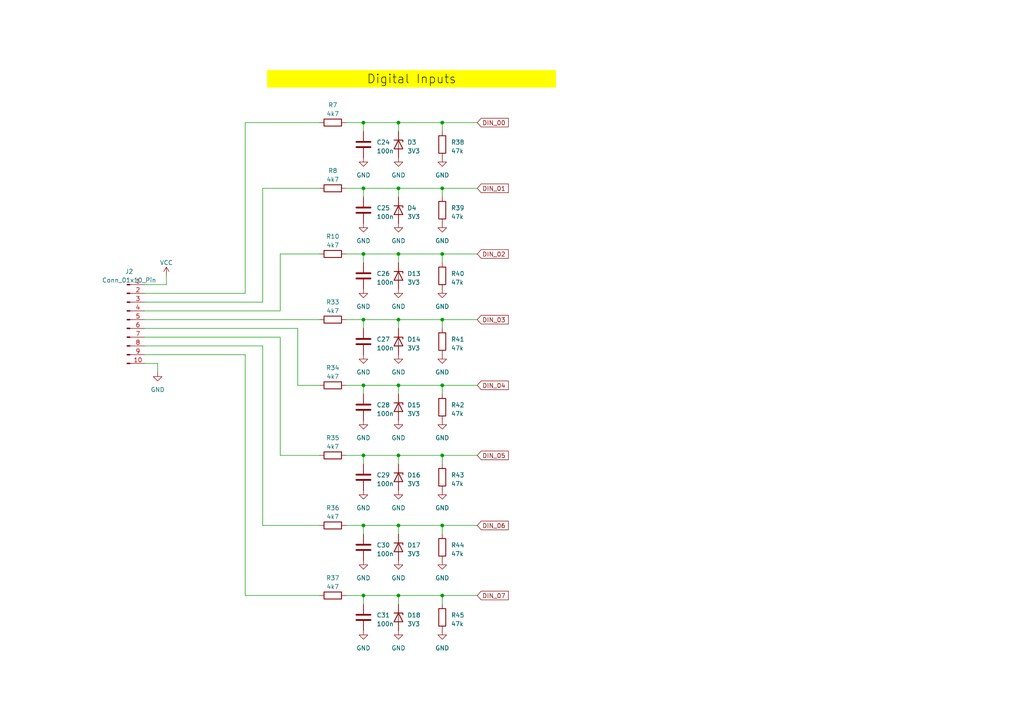
<source format=kicad_sch>
(kicad_sch (version 20231120) (generator "eeschema") (generator_version "8.0")
  (paper "A4")
  (lib_symbols
    (symbol "Connector:Conn_01x10_Pin" (pin_names (offset 1.016) hide)
      (property "Reference" "J" (at 0 12.7 0))
      (property "Value" "Conn_01x10_Pin" (at 0 -15.24 0))
      (symbol "Conn_01x10_Pin_1_1"
        (polyline (pts (xy 1.27 -12.7) (xy 0.8636 -12.7)) (stroke (width 0.1524)))
        (polyline (pts (xy 1.27 -10.16) (xy 0.8636 -10.16)) (stroke (width 0.1524)))
        (polyline (pts (xy 1.27 -7.62) (xy 0.8636 -7.62)) (stroke (width 0.1524)))
        (polyline (pts (xy 1.27 -5.08) (xy 0.8636 -5.08)) (stroke (width 0.1524)))
        (polyline (pts (xy 1.27 -2.54) (xy 0.8636 -2.54)) (stroke (width 0.1524)))
        (polyline (pts (xy 1.27 0) (xy 0.8636 0)) (stroke (width 0.1524)))
        (polyline (pts (xy 1.27 2.54) (xy 0.8636 2.54)) (stroke (width 0.1524)))
        (polyline (pts (xy 1.27 5.08) (xy 0.8636 5.08)) (stroke (width 0.1524)))
        (polyline (pts (xy 1.27 7.62) (xy 0.8636 7.62)) (stroke (width 0.1524)))
        (polyline (pts (xy 1.27 10.16) (xy 0.8636 10.16)) (stroke (width 0.1524)))
        (rectangle (start 0.8636 -12.573) (end 0 -12.827) (stroke (width 0.1524)) (fill (type outline)))
        (rectangle (start 0.8636 -10.033) (end 0 -10.287) (stroke (width 0.1524)) (fill (type outline)))
        (rectangle (start 0.8636 -7.493) (end 0 -7.747) (stroke (width 0.1524)) (fill (type outline)))
        (rectangle (start 0.8636 -4.953) (end 0 -5.207) (stroke (width 0.1524)) (fill (type outline)))
        (rectangle (start 0.8636 -2.413) (end 0 -2.667) (stroke (width 0.1524)) (fill (type outline)))
        (rectangle (start 0.8636 0.127) (end 0 -0.127) (stroke (width 0.1524)) (fill (type outline)))
        (rectangle (start 0.8636 2.667) (end 0 2.413) (stroke (width 0.1524)) (fill (type outline)))
        (rectangle (start 0.8636 5.207) (end 0 4.953) (stroke (width 0.1524)) (fill (type outline)))
        (rectangle (start 0.8636 7.747) (end 0 7.493) (stroke (width 0.1524)) (fill (type outline)))
        (rectangle (start 0.8636 10.287) (end 0 10.033) (stroke (width 0.1524)) (fill (type outline)))
        (pin passive line (at 5.08 10.16 180) (length 3.81) (name "Pin_1") (number "1"))
        (pin passive line (at 5.08 -12.7 180) (length 3.81) (name "Pin_10") (number "10"))
        (pin passive line (at 5.08 7.62 180) (length 3.81) (name "Pin_2") (number "2"))
        (pin passive line (at 5.08 5.08 180) (length 3.81) (name "Pin_3") (number "3"))
        (pin passive line (at 5.08 2.54 180) (length 3.81) (name "Pin_4") (number "4"))
        (pin passive line (at 5.08 0 180) (length 3.81) (name "Pin_5") (number "5"))
        (pin passive line (at 5.08 -2.54 180) (length 3.81) (name "Pin_6") (number "6"))
        (pin passive line (at 5.08 -5.08 180) (length 3.81) (name "Pin_7") (number "7"))
        (pin passive line (at 5.08 -7.62 180) (length 3.81) (name "Pin_8") (number "8"))
        (pin passive line (at 5.08 -10.16 180) (length 3.81) (name "Pin_9") (number "9"))
      )
    )
    (symbol "Device:C" (pin_numbers hide) (pin_names (offset 0.254))
      (property "Reference" "C" (at 0.635 2.54 0))
      (property "Value" "C" (at 0.635 -2.54 0))
      (symbol "C_0_1"
        (polyline (pts (xy -2.032 -0.762) (xy 2.032 -0.762)) (stroke (width 0.508)))
        (polyline (pts (xy -2.032 0.762) (xy 2.032 0.762)) (stroke (width 0.508)))
      )
      (symbol "C_1_1"
        (pin passive line (at 0 3.81 270) (length 2.794) (name "~") (number "1"))
        (pin passive line (at 0 -3.81 90) (length 2.794) (name "~") (number "2"))
      )
    )
    (symbol "Device:D_Zener" (pin_numbers hide) (pin_names (offset 1.016) hide)
      (property "Reference" "D" (at 0 2.54 0))
      (property "Value" "D_Zener" (at 0 -2.54 0))
      (symbol "D_Zener_0_1"
        (polyline (pts (xy 1.27 0) (xy -1.27 0)))
        (polyline (pts (xy -1.27 -1.27) (xy -1.27 1.27) (xy -0.762 1.27)) (stroke (width 0.254)))
        (polyline (pts (xy 1.27 -1.27) (xy 1.27 1.27) (xy -1.27 0) (xy 1.27 -1.27)) (stroke (width 0.254)))
      )
      (symbol "D_Zener_1_1"
        (pin passive line (at -3.81 0 0) (length 2.54) (name "K") (number "1"))
        (pin passive line (at 3.81 0 180) (length 2.54) (name "A") (number "2"))
      )
    )
    (symbol "Device:R" (pin_numbers hide) (pin_names (offset 0))
      (property "Reference" "R" (at 2.032 0 90))
      (property "Value" "R" (at 0 0 90))
      (symbol "R_0_1"
        (rectangle (start -1.016 -2.54) (end 1.016 2.54) (stroke (width 0.254)))
      )
      (symbol "R_1_1"
        (pin passive line (at 0 3.81 270) (length 1.27) (name "~") (number "1"))
        (pin passive line (at 0 -3.81 90) (length 1.27) (name "~") (number "2"))
      )
    )
    (symbol "power:GND" (power) (pin_names (offset 0))
      (property "Value" "GND" (at 0 -3.81 0))
      (symbol "GND_0_1"
        (polyline (pts (xy 0 0) (xy 0 -1.27) (xy 1.27 -1.27) (xy 0 -2.54) (xy -1.27 -1.27) (xy 0 -1.27)))
      )
      (symbol "GND_1_1"
        (pin power_in line (at 0 0 270) (length 0) hide (name "GND") (number "1"))
      )
    )
    (symbol "power:VCC" (power) (pin_names (offset 0))
      (property "Value" "VCC" (at 0 3.81 0))
      (symbol "VCC_0_1"
        (polyline (pts (xy -0.762 1.27) (xy 0 2.54)))
        (polyline (pts (xy 0 0) (xy 0 2.54)))
        (polyline (pts (xy 0 2.54) (xy 0.762 1.27)))
      )
      (symbol "VCC_1_1"
        (pin power_in line (at 0 0 90) (length 0) hide (name "VCC") (number "1"))
      )
    )
  )
  (junction (at 128.27 132.08))
  (junction (at 115.57 92.71))
  (junction (at 128.27 111.76))
  (junction (at 128.27 152.4))
  (junction (at 115.57 172.72))
  (junction (at 115.57 132.08))
  (junction (at 105.41 132.08))
  (junction (at 105.41 172.72))
  (junction (at 105.41 35.56))
  (junction (at 115.57 73.66))
  (junction (at 128.27 35.56))
  (junction (at 105.41 111.76))
  (junction (at 128.27 73.66))
  (junction (at 105.41 73.66))
  (junction (at 115.57 152.4))
  (junction (at 105.41 152.4))
  (junction (at 105.41 54.61))
  (junction (at 115.57 111.76))
  (junction (at 128.27 172.72))
  (junction (at 105.41 92.71))
  (junction (at 115.57 35.56))
  (junction (at 115.57 54.61))
  (junction (at 128.27 54.61))
  (junction (at 128.27 92.71))
  (wire (pts (xy 128.27 172.72) (xy 138.43 172.72)))
  (wire (pts (xy 128.27 35.56) (xy 128.27 38.1)))
  (wire (pts (xy 41.91 90.17) (xy 81.28 90.17)))
  (wire (pts (xy 115.57 73.66) (xy 115.57 76.2)))
  (wire (pts (xy 41.91 105.41) (xy 45.72 105.41)))
  (wire (pts (xy 115.57 73.66) (xy 128.27 73.66)))
  (wire (pts (xy 81.28 90.17) (xy 81.28 73.66)))
  (wire (pts (xy 71.12 172.72) (xy 92.71 172.72)))
  (wire (pts (xy 128.27 54.61) (xy 128.27 57.15)))
  (wire (pts (xy 115.57 92.71) (xy 115.57 95.25)))
  (wire (pts (xy 128.27 132.08) (xy 138.43 132.08)))
  (wire (pts (xy 115.57 35.56) (xy 128.27 35.56)))
  (wire (pts (xy 100.33 152.4) (xy 105.41 152.4)))
  (wire (pts (xy 105.41 35.56) (xy 115.57 35.56)))
  (wire (pts (xy 115.57 132.08) (xy 128.27 132.08)))
  (wire (pts (xy 71.12 35.56) (xy 92.71 35.56)))
  (wire (pts (xy 128.27 73.66) (xy 128.27 76.2)))
  (wire (pts (xy 105.41 132.08) (xy 115.57 132.08)))
  (wire (pts (xy 105.41 172.72) (xy 105.41 175.26)))
  (wire (pts (xy 100.33 35.56) (xy 105.41 35.56)))
  (wire (pts (xy 81.28 132.08) (xy 92.71 132.08)))
  (wire (pts (xy 105.41 73.66) (xy 115.57 73.66)))
  (wire (pts (xy 115.57 132.08) (xy 115.57 134.62)))
  (wire (pts (xy 100.33 73.66) (xy 105.41 73.66)))
  (wire (pts (xy 128.27 35.56) (xy 138.43 35.56)))
  (wire (pts (xy 128.27 92.71) (xy 128.27 95.25)))
  (wire (pts (xy 86.36 95.25) (xy 86.36 111.76)))
  (wire (pts (xy 128.27 111.76) (xy 128.27 114.3)))
  (wire (pts (xy 115.57 172.72) (xy 128.27 172.72)))
  (wire (pts (xy 115.57 54.61) (xy 115.57 57.15)))
  (wire (pts (xy 105.41 111.76) (xy 105.41 114.3)))
  (wire (pts (xy 115.57 111.76) (xy 128.27 111.76)))
  (wire (pts (xy 105.41 54.61) (xy 115.57 54.61)))
  (wire (pts (xy 81.28 73.66) (xy 92.71 73.66)))
  (wire (pts (xy 100.33 54.61) (xy 105.41 54.61)))
  (wire (pts (xy 41.91 85.09) (xy 71.12 85.09)))
  (wire (pts (xy 115.57 54.61) (xy 128.27 54.61)))
  (wire (pts (xy 71.12 85.09) (xy 71.12 35.56)))
  (wire (pts (xy 41.91 100.33) (xy 76.2 100.33)))
  (wire (pts (xy 81.28 97.79) (xy 81.28 132.08)))
  (wire (pts (xy 105.41 152.4) (xy 115.57 152.4)))
  (wire (pts (xy 115.57 35.56) (xy 115.57 38.1)))
  (wire (pts (xy 128.27 111.76) (xy 138.43 111.76)))
  (wire (pts (xy 115.57 152.4) (xy 128.27 152.4)))
  (wire (pts (xy 128.27 73.66) (xy 138.43 73.66)))
  (wire (pts (xy 115.57 152.4) (xy 115.57 154.94)))
  (wire (pts (xy 128.27 132.08) (xy 128.27 134.62)))
  (wire (pts (xy 100.33 172.72) (xy 105.41 172.72)))
  (wire (pts (xy 45.72 105.41) (xy 45.72 107.95)))
  (wire (pts (xy 115.57 92.71) (xy 128.27 92.71)))
  (wire (pts (xy 105.41 132.08) (xy 105.41 134.62)))
  (wire (pts (xy 41.91 95.25) (xy 86.36 95.25)))
  (wire (pts (xy 115.57 172.72) (xy 115.57 175.26)))
  (wire (pts (xy 105.41 54.61) (xy 105.41 57.15)))
  (wire (pts (xy 105.41 152.4) (xy 105.41 154.94)))
  (wire (pts (xy 86.36 111.76) (xy 92.71 111.76)))
  (wire (pts (xy 105.41 92.71) (xy 105.41 95.25)))
  (wire (pts (xy 128.27 152.4) (xy 128.27 154.94)))
  (wire (pts (xy 41.91 102.87) (xy 71.12 102.87)))
  (wire (pts (xy 105.41 172.72) (xy 115.57 172.72)))
  (wire (pts (xy 41.91 97.79) (xy 81.28 97.79)))
  (wire (pts (xy 105.41 92.71) (xy 115.57 92.71)))
  (wire (pts (xy 100.33 92.71) (xy 105.41 92.71)))
  (wire (pts (xy 76.2 100.33) (xy 76.2 152.4)))
  (wire (pts (xy 105.41 111.76) (xy 115.57 111.76)))
  (wire (pts (xy 128.27 54.61) (xy 138.43 54.61)))
  (wire (pts (xy 76.2 54.61) (xy 92.71 54.61)))
  (wire (pts (xy 115.57 111.76) (xy 115.57 114.3)))
  (wire (pts (xy 76.2 87.63) (xy 76.2 54.61)))
  (wire (pts (xy 71.12 102.87) (xy 71.12 172.72)))
  (wire (pts (xy 41.91 87.63) (xy 76.2 87.63)))
  (wire (pts (xy 105.41 73.66) (xy 105.41 76.2)))
  (wire (pts (xy 48.26 80.01) (xy 48.26 82.55)))
  (wire (pts (xy 128.27 172.72) (xy 128.27 175.26)))
  (wire (pts (xy 41.91 92.71) (xy 92.71 92.71)))
  (wire (pts (xy 76.2 152.4) (xy 92.71 152.4)))
  (wire (pts (xy 100.33 132.08) (xy 105.41 132.08)))
  (wire (pts (xy 100.33 111.76) (xy 105.41 111.76)))
  (wire (pts (xy 128.27 92.71) (xy 138.43 92.71)))
  (wire (pts (xy 128.27 152.4) (xy 138.43 152.4)))
  (wire (pts (xy 105.41 35.56) (xy 105.41 38.1)))
  (wire (pts (xy 41.91 82.55) (xy 48.26 82.55)))
  (text_box "Digital Inputs" (at 77.47 20.32 0) (size 83.82 5.08) (stroke (width -0.0001)) (fill (type color) (color 255 255 0 1)) (effects (font (size 2.54 2.54))))
  (global_label "DIN_05" (shape input) (at 138.43 132.08 0) (property "Intersheetrefs" "${INTERSHEET_REFS}" (effects (hide yes))))
  (global_label "DIN_03" (shape input) (at 138.43 92.71 0) (property "Intersheetrefs" "${INTERSHEET_REFS}" (effects (hide yes))))
  (global_label "DIN_04" (shape input) (at 138.43 111.76 0) (property "Intersheetrefs" "${INTERSHEET_REFS}" (effects (hide yes))))
  (global_label "DIN_00" (shape input) (at 138.43 35.56 0) (property "Intersheetrefs" "${INTERSHEET_REFS}" (effects (hide yes))))
  (global_label "DIN_02" (shape input) (at 138.43 73.66 0) (property "Intersheetrefs" "${INTERSHEET_REFS}" (effects (hide yes))))
  (global_label "DIN_06" (shape input) (at 138.43 152.4 0) (property "Intersheetrefs" "${INTERSHEET_REFS}" (effects (hide yes))))
  (global_label "DIN_01" (shape input) (at 138.43 54.61 0) (property "Intersheetrefs" "${INTERSHEET_REFS}" (effects (hide yes))))
  (global_label "DIN_07" (shape input) (at 138.43 172.72 0) (property "Intersheetrefs" "${INTERSHEET_REFS}" (effects (hide yes))))
  (symbol (lib_id "Device:R") (at 96.52 35.56 90) (unit 1)
    (property "Reference" "R7" (at 96.52 30.48 90))
    (property "Value" "4k7" (at 96.52 33.02 90))
    (property "Footprint" "Resistor_SMD:R_1206_3216Metric" (effects (hide yes)))
    (instances (project "WCH-ETH-LOW" (path "" (reference "R7") (unit 1))) (project "WCH-ETH" (path "" (reference "R63") (unit 1))))
  )
  (symbol (lib_id "Device:D_Zener") (at 115.57 99.06 270) (unit 1)
    (property "Reference" "D14" (at 118.11 98.425 90) (effects (justify left)))
    (property "Value" "3V3" (at 118.11 100.965 90) (effects (justify left)))
    (property "Footprint" "Diode_SMD:D_MicroMELF" (effects (hide yes)))
    (instances (project "WCH-ETH-LOW" (path "" (reference "D14") (unit 1))) (project "WCH-ETH" (path "" (reference "D4") (unit 1))))
  )
  (symbol (lib_id "power:GND") (at 45.72 107.95 0) (unit 1)
    (property "Reference" "#PWR020" (effects (hide yes)))
    (property "Value" "GND" (at 45.72 113.03 0))
    (instances (project "WCH-ETH-LOW" (path "" (reference "#PWR020") (unit 1))) (project "WCH-ETH" (path "" (reference "#PWR071") (unit 1))))
  )
  (symbol (lib_id "power:GND") (at 115.57 182.88 0) (unit 1)
    (property "Reference" "#PWR067" (effects (hide yes)))
    (property "Value" "GND" (at 115.57 187.96 0))
    (instances (project "WCH-ETH-LOW" (path "" (reference "#PWR067") (unit 1))) (project "WCH-ETH" (path "" (reference "#PWR068") (unit 1))))
  )
  (symbol (lib_id "Device:R") (at 128.27 179.07 0) (unit 1)
    (property "Reference" "R45" (at 130.81 178.435 0) (effects (justify left)))
    (property "Value" "47k" (at 130.81 180.975 0) (effects (justify left)))
    (property "Footprint" "Resistor_SMD:R_0402_1005Metric" (effects (hide yes)))
    (instances (project "WCH-ETH-LOW" (path "" (reference "R45") (unit 1))) (project "WCH-ETH" (path "" (reference "R28") (unit 1))))
  )
  (symbol (lib_id "Device:R") (at 96.52 73.66 90) (unit 1)
    (property "Reference" "R10" (at 96.52 68.58 90))
    (property "Value" "4k7" (at 96.52 71.12 90))
    (property "Footprint" "Resistor_SMD:R_1206_3216Metric" (effects (hide yes)))
    (instances (project "WCH-ETH-LOW" (path "" (reference "R10") (unit 1))) (project "WCH-ETH" (path "" (reference "R17") (unit 1))))
  )
  (symbol (lib_id "power:GND") (at 105.41 45.72 0) (unit 1)
    (property "Reference" "#PWR052" (effects (hide yes)))
    (property "Value" "GND" (at 105.41 50.8 0))
    (instances (project "WCH-ETH-LOW" (path "" (reference "#PWR052") (unit 1))) (project "WCH-ETH" (path "" (reference "#PWR046") (unit 1))))
  )
  (symbol (lib_id "power:GND") (at 115.57 83.82 0) (unit 1)
    (property "Reference" "#PWR062" (effects (hide yes)))
    (property "Value" "GND" (at 115.57 88.9 0))
    (instances (project "WCH-ETH-LOW" (path "" (reference "#PWR062") (unit 1))) (project "WCH-ETH" (path "" (reference "#PWR053") (unit 1))))
  )
  (symbol (lib_id "power:GND") (at 128.27 121.92 0) (unit 1)
    (property "Reference" "#PWR072" (effects (hide yes)))
    (property "Value" "GND" (at 128.27 127 0))
    (instances (project "WCH-ETH-LOW" (path "" (reference "#PWR072") (unit 1))) (project "WCH-ETH" (path "" (reference "#PWR060") (unit 1))))
  )
  (symbol (lib_id "Device:D_Zener") (at 115.57 158.75 270) (unit 1)
    (property "Reference" "D17" (at 118.11 158.115 90) (effects (justify left)))
    (property "Value" "3V3" (at 118.11 160.655 90) (effects (justify left)))
    (property "Footprint" "Diode_SMD:D_MicroMELF" (effects (hide yes)))
    (instances (project "WCH-ETH-LOW" (path "" (reference "D17") (unit 1))) (project "WCH-ETH" (path "" (reference "D4") (unit 1))))
  )
  (symbol (lib_id "Device:R") (at 96.52 92.71 90) (unit 1)
    (property "Reference" "R33" (at 96.52 87.63 90))
    (property "Value" "4k7" (at 96.52 90.17 90))
    (property "Footprint" "Resistor_SMD:R_1206_3216Metric" (effects (hide yes)))
    (instances (project "WCH-ETH-LOW" (path "" (reference "R33") (unit 1))) (project "WCH-ETH" (path "" (reference "R19") (unit 1))))
  )
  (symbol (lib_id "Device:D_Zener") (at 115.57 80.01 270) (unit 1)
    (property "Reference" "D13" (at 118.11 79.375 90) (effects (justify left)))
    (property "Value" "3V3" (at 118.11 81.915 90) (effects (justify left)))
    (property "Footprint" "Diode_SMD:D_MicroMELF" (effects (hide yes)))
    (instances (project "WCH-ETH-LOW" (path "" (reference "D13") (unit 1))) (project "WCH-ETH" (path "" (reference "D4") (unit 1))))
  )
  (symbol (lib_id "power:GND") (at 128.27 182.88 0) (unit 1)
    (property "Reference" "#PWR075" (effects (hide yes)))
    (property "Value" "GND" (at 128.27 187.96 0))
    (instances (project "WCH-ETH-LOW" (path "" (reference "#PWR075") (unit 1))) (project "WCH-ETH" (path "" (reference "#PWR069") (unit 1))))
  )
  (symbol (lib_id "Device:C") (at 105.41 138.43 0) (unit 1)
    (property "Reference" "C29" (at 109.22 137.795 0) (effects (justify left)))
    (property "Value" "100n" (at 109.22 140.335 0) (effects (justify left)))
    (property "Footprint" "Capacitor_SMD:C_0402_1005Metric" (effects (hide yes)))
    (instances (project "WCH-ETH-LOW" (path "" (reference "C29") (unit 1))) (project "WCH-ETH" (path "" (reference "C31") (unit 1))))
  )
  (symbol (lib_id "Device:C") (at 105.41 99.06 0) (unit 1)
    (property "Reference" "C27" (at 109.22 98.425 0) (effects (justify left)))
    (property "Value" "100n" (at 109.22 100.965 0) (effects (justify left)))
    (property "Footprint" "Capacitor_SMD:C_0402_1005Metric" (effects (hide yes)))
    (instances (project "WCH-ETH-LOW" (path "" (reference "C27") (unit 1))) (project "WCH-ETH" (path "" (reference "C29") (unit 1))))
  )
  (symbol (lib_id "Device:D_Zener") (at 115.57 118.11 270) (unit 1)
    (property "Reference" "D15" (at 118.11 117.475 90) (effects (justify left)))
    (property "Value" "3V3" (at 118.11 120.015 90) (effects (justify left)))
    (property "Footprint" "Diode_SMD:D_MicroMELF" (effects (hide yes)))
    (instances (project "WCH-ETH-LOW" (path "" (reference "D15") (unit 1))) (project "WCH-ETH" (path "" (reference "D4") (unit 1))))
  )
  (symbol (lib_id "power:GND") (at 105.41 64.77 0) (unit 1)
    (property "Reference" "#PWR053" (effects (hide yes)))
    (property "Value" "GND" (at 105.41 69.85 0))
    (instances (project "WCH-ETH-LOW" (path "" (reference "#PWR053") (unit 1))) (project "WCH-ETH" (path "" (reference "#PWR049") (unit 1))))
  )
  (symbol (lib_id "Device:R") (at 96.52 132.08 90) (unit 1)
    (property "Reference" "R35" (at 96.52 127 90))
    (property "Value" "4k7" (at 96.52 129.54 90))
    (property "Footprint" "Resistor_SMD:R_1206_3216Metric" (effects (hide yes)))
    (instances (project "WCH-ETH-LOW" (path "" (reference "R35") (unit 1))) (project "WCH-ETH" (path "" (reference "R23") (unit 1))))
  )
  (symbol (lib_id "power:GND") (at 105.41 83.82 0) (unit 1)
    (property "Reference" "#PWR054" (effects (hide yes)))
    (property "Value" "GND" (at 105.41 88.9 0))
    (instances (project "WCH-ETH-LOW" (path "" (reference "#PWR054") (unit 1))) (project "WCH-ETH" (path "" (reference "#PWR052") (unit 1))))
  )
  (symbol (lib_id "Device:D_Zener") (at 115.57 60.96 270) (unit 1)
    (property "Reference" "D4" (at 118.11 60.325 90) (effects (justify left)))
    (property "Value" "3V3" (at 118.11 62.865 90) (effects (justify left)))
    (property "Footprint" "Diode_SMD:D_MicroMELF" (effects (hide yes)))
  )
  (symbol (lib_id "power:GND") (at 115.57 102.87 0) (unit 1)
    (property "Reference" "#PWR063" (effects (hide yes)))
    (property "Value" "GND" (at 115.57 107.95 0))
    (instances (project "WCH-ETH-LOW" (path "" (reference "#PWR063") (unit 1))) (project "WCH-ETH" (path "" (reference "#PWR056") (unit 1))))
  )
  (symbol (lib_id "power:GND") (at 128.27 142.24 0) (unit 1)
    (property "Reference" "#PWR073" (effects (hide yes)))
    (property "Value" "GND" (at 128.27 147.32 0))
    (instances (project "WCH-ETH-LOW" (path "" (reference "#PWR073") (unit 1))) (project "WCH-ETH" (path "" (reference "#PWR063") (unit 1))))
  )
  (symbol (lib_id "Device:R") (at 128.27 60.96 0) (unit 1)
    (property "Reference" "R39" (at 130.81 60.325 0) (effects (justify left)))
    (property "Value" "47k" (at 130.81 62.865 0) (effects (justify left)))
    (property "Footprint" "Resistor_SMD:R_0402_1005Metric" (effects (hide yes)))
    (instances (project "WCH-ETH-LOW" (path "" (reference "R39") (unit 1))) (project "WCH-ETH" (path "" (reference "R16") (unit 1))))
  )
  (symbol (lib_id "Device:R") (at 128.27 138.43 0) (unit 1)
    (property "Reference" "R43" (at 130.81 137.795 0) (effects (justify left)))
    (property "Value" "47k" (at 130.81 140.335 0) (effects (justify left)))
    (property "Footprint" "Resistor_SMD:R_0402_1005Metric" (effects (hide yes)))
    (instances (project "WCH-ETH-LOW" (path "" (reference "R43") (unit 1))) (project "WCH-ETH" (path "" (reference "R24") (unit 1))))
  )
  (symbol (lib_id "power:GND") (at 115.57 142.24 0) (unit 1)
    (property "Reference" "#PWR065" (effects (hide yes)))
    (property "Value" "GND" (at 115.57 147.32 0))
    (instances (project "WCH-ETH-LOW" (path "" (reference "#PWR065") (unit 1))) (project "WCH-ETH" (path "" (reference "#PWR062") (unit 1))))
  )
  (symbol (lib_id "power:GND") (at 128.27 45.72 0) (unit 1)
    (property "Reference" "#PWR068" (effects (hide yes)))
    (property "Value" "GND" (at 128.27 50.8 0))
    (instances (project "WCH-ETH-LOW" (path "" (reference "#PWR068") (unit 1))) (project "WCH-ETH" (path "" (reference "#PWR048") (unit 1))))
  )
  (symbol (lib_id "Device:R") (at 96.52 111.76 90) (unit 1)
    (property "Reference" "R34" (at 96.52 106.68 90))
    (property "Value" "4k7" (at 96.52 109.22 90))
    (property "Footprint" "Resistor_SMD:R_1206_3216Metric" (effects (hide yes)))
    (instances (project "WCH-ETH-LOW" (path "" (reference "R34") (unit 1))) (project "WCH-ETH" (path "" (reference "R21") (unit 1))))
  )
  (symbol (lib_id "Device:C") (at 105.41 179.07 0) (unit 1)
    (property "Reference" "C31" (at 109.22 178.435 0) (effects (justify left)))
    (property "Value" "100n" (at 109.22 180.975 0) (effects (justify left)))
    (property "Footprint" "Capacitor_SMD:C_0402_1005Metric" (effects (hide yes)))
    (instances (project "WCH-ETH-LOW" (path "" (reference "C31") (unit 1))) (project "WCH-ETH" (path "" (reference "C33") (unit 1))))
  )
  (symbol (lib_id "Device:D_Zener") (at 115.57 179.07 270) (unit 1)
    (property "Reference" "D18" (at 118.11 178.435 90) (effects (justify left)))
    (property "Value" "3V3" (at 118.11 180.975 90) (effects (justify left)))
    (property "Footprint" "Diode_SMD:D_MicroMELF" (effects (hide yes)))
    (instances (project "WCH-ETH-LOW" (path "" (reference "D18") (unit 1))) (project "WCH-ETH" (path "" (reference "D4") (unit 1))))
  )
  (symbol (lib_id "Device:C") (at 105.41 158.75 0) (unit 1)
    (property "Reference" "C30" (at 109.22 158.115 0) (effects (justify left)))
    (property "Value" "100n" (at 109.22 160.655 0) (effects (justify left)))
    (property "Footprint" "Capacitor_SMD:C_0402_1005Metric" (effects (hide yes)))
    (instances (project "WCH-ETH-LOW" (path "" (reference "C30") (unit 1))) (project "WCH-ETH" (path "" (reference "C32") (unit 1))))
  )
  (symbol (lib_id "Device:R") (at 128.27 158.75 0) (unit 1)
    (property "Reference" "R44" (at 130.81 158.115 0) (effects (justify left)))
    (property "Value" "47k" (at 130.81 160.655 0) (effects (justify left)))
    (property "Footprint" "Resistor_SMD:R_0402_1005Metric" (effects (hide yes)))
    (instances (project "WCH-ETH-LOW" (path "" (reference "R44") (unit 1))) (project "WCH-ETH" (path "" (reference "R26") (unit 1))))
  )
  (symbol (lib_id "power:GND") (at 115.57 121.92 0) (unit 1)
    (property "Reference" "#PWR064" (effects (hide yes)))
    (property "Value" "GND" (at 115.57 127 0))
    (instances (project "WCH-ETH-LOW" (path "" (reference "#PWR064") (unit 1))) (project "WCH-ETH" (path "" (reference "#PWR059") (unit 1))))
  )
  (symbol (lib_id "Device:R") (at 128.27 118.11 0) (unit 1)
    (property "Reference" "R42" (at 130.81 117.475 0) (effects (justify left)))
    (property "Value" "47k" (at 130.81 120.015 0) (effects (justify left)))
    (property "Footprint" "Resistor_SMD:R_0402_1005Metric" (effects (hide yes)))
    (instances (project "WCH-ETH-LOW" (path "" (reference "R42") (unit 1))) (project "WCH-ETH" (path "" (reference "R22") (unit 1))))
  )
  (symbol (lib_id "Connector:Conn_01x10_Pin") (at 36.83 92.71 0) (unit 1)
    (property "Reference" "J2" (at 37.465 78.74 0))
    (property "Value" "Conn_01x10_Pin" (at 37.465 81.28 0))
    (property "Footprint" "Connector_JST:JST_PH_B10B-PH-SM4-TB_1x10-1MP_P2.00mm_Vertical" (effects (hide yes)))
    (instances (project "WCH-ETH-LOW" (path "" (reference "J2") (unit 1))) (project "WCH-ETH" (path "" (reference "J10") (unit 1))))
  )
  (symbol (lib_id "power:GND") (at 105.41 121.92 0) (unit 1)
    (property "Reference" "#PWR056" (effects (hide yes)))
    (property "Value" "GND" (at 105.41 127 0))
    (instances (project "WCH-ETH-LOW" (path "" (reference "#PWR056") (unit 1))) (project "WCH-ETH" (path "" (reference "#PWR058") (unit 1))))
  )
  (symbol (lib_id "power:GND") (at 128.27 102.87 0) (unit 1)
    (property "Reference" "#PWR071" (effects (hide yes)))
    (property "Value" "GND" (at 128.27 107.95 0))
    (instances (project "WCH-ETH-LOW" (path "" (reference "#PWR071") (unit 1))) (project "WCH-ETH" (path "" (reference "#PWR057") (unit 1))))
  )
  (symbol (lib_id "power:GND") (at 105.41 182.88 0) (unit 1)
    (property "Reference" "#PWR059" (effects (hide yes)))
    (property "Value" "GND" (at 105.41 187.96 0))
    (instances (project "WCH-ETH-LOW" (path "" (reference "#PWR059") (unit 1))) (project "WCH-ETH" (path "" (reference "#PWR067") (unit 1))))
  )
  (symbol (lib_id "Device:D_Zener") (at 115.57 41.91 270) (unit 1)
    (property "Reference" "D3" (at 118.11 41.275 90) (effects (justify left)))
    (property "Value" "3V3" (at 118.11 43.815 90) (effects (justify left)))
    (property "Footprint" "Diode_SMD:D_MicroMELF" (effects (hide yes)))
    (instances (project "WCH-ETH-LOW" (path "" (reference "D3") (unit 1))) (project "WCH-ETH" (path "" (reference "D4") (unit 1))))
  )
  (symbol (lib_id "power:GND") (at 105.41 162.56 0) (unit 1)
    (property "Reference" "#PWR058" (effects (hide yes)))
    (property "Value" "GND" (at 105.41 167.64 0))
    (instances (project "WCH-ETH-LOW" (path "" (reference "#PWR058") (unit 1))) (project "WCH-ETH" (path "" (reference "#PWR064") (unit 1))))
  )
  (symbol (lib_id "power:GND") (at 105.41 102.87 0) (unit 1)
    (property "Reference" "#PWR055" (effects (hide yes)))
    (property "Value" "GND" (at 105.41 107.95 0))
  )
  (symbol (lib_id "power:GND") (at 105.41 142.24 0) (unit 1)
    (property "Reference" "#PWR057" (effects (hide yes)))
    (property "Value" "GND" (at 105.41 147.32 0))
    (instances (project "WCH-ETH-LOW" (path "" (reference "#PWR057") (unit 1))) (project "WCH-ETH" (path "" (reference "#PWR061") (unit 1))))
  )
  (symbol (lib_id "power:GND") (at 128.27 83.82 0) (unit 1)
    (property "Reference" "#PWR070" (effects (hide yes)))
    (property "Value" "GND" (at 128.27 88.9 0))
    (instances (project "WCH-ETH-LOW" (path "" (reference "#PWR070") (unit 1))) (project "WCH-ETH" (path "" (reference "#PWR054") (unit 1))))
  )
  (symbol (lib_id "power:GND") (at 115.57 45.72 0) (unit 1)
    (property "Reference" "#PWR060" (effects (hide yes)))
    (property "Value" "GND" (at 115.57 50.8 0))
    (instances (project "WCH-ETH-LOW" (path "" (reference "#PWR060") (unit 1))) (project "WCH-ETH" (path "" (reference "#PWR047") (unit 1))))
  )
  (symbol (lib_id "Device:R") (at 128.27 41.91 0) (unit 1)
    (property "Reference" "R38" (at 130.81 41.275 0) (effects (justify left)))
    (property "Value" "47k" (at 130.81 43.815 0) (effects (justify left)))
    (property "Footprint" "Resistor_SMD:R_0402_1005Metric" (effects (hide yes)))
    (instances (project "WCH-ETH-LOW" (path "" (reference "R38") (unit 1))) (project "WCH-ETH" (path "" (reference "R15") (unit 1))))
  )
  (symbol (lib_id "Device:R") (at 128.27 99.06 0) (unit 1)
    (property "Reference" "R41" (at 130.81 98.425 0) (effects (justify left)))
    (property "Value" "47k" (at 130.81 100.965 0) (effects (justify left)))
    (property "Footprint" "Resistor_SMD:R_0402_1005Metric" (effects (hide yes)))
    (instances (project "WCH-ETH-LOW" (path "" (reference "R41") (unit 1))) (project "WCH-ETH" (path "" (reference "R20") (unit 1))))
  )
  (symbol (lib_id "Device:C") (at 105.41 118.11 0) (unit 1)
    (property "Reference" "C28" (at 109.22 117.475 0) (effects (justify left)))
    (property "Value" "100n" (at 109.22 120.015 0) (effects (justify left)))
    (property "Footprint" "Capacitor_SMD:C_0402_1005Metric" (effects (hide yes)))
    (instances (project "WCH-ETH-LOW" (path "" (reference "C28") (unit 1))) (project "WCH-ETH" (path "" (reference "C30") (unit 1))))
  )
  (symbol (lib_id "Device:D_Zener") (at 115.57 138.43 270) (unit 1)
    (property "Reference" "D16" (at 118.11 137.795 90) (effects (justify left)))
    (property "Value" "3V3" (at 118.11 140.335 90) (effects (justify left)))
    (property "Footprint" "Diode_SMD:D_MicroMELF" (effects (hide yes)))
    (instances (project "WCH-ETH-LOW" (path "" (reference "D16") (unit 1))) (project "WCH-ETH" (path "" (reference "D4") (unit 1))))
  )
  (symbol (lib_id "power:VCC") (at 48.26 80.01 0) (unit 1)
    (property "Reference" "#PWR051" (effects (hide yes)))
    (property "Value" "VCC" (at 48.26 76.2 0))
    (instances (project "WCH-ETH-LOW" (path "" (reference "#PWR051") (unit 1))) (project "WCH-ETH" (path "" (reference "#PWR070") (unit 1))))
  )
  (symbol (lib_id "Device:C") (at 105.41 41.91 0) (unit 1)
    (property "Reference" "C24" (at 109.22 41.275 0) (effects (justify left)))
    (property "Value" "100n" (at 109.22 43.815 0) (effects (justify left)))
    (property "Footprint" "Capacitor_SMD:C_0402_1005Metric" (effects (hide yes)))
    (instances (project "WCH-ETH-LOW" (path "" (reference "C24") (unit 1))) (project "WCH-ETH" (path "" (reference "C26") (unit 1))))
  )
  (symbol (lib_id "power:GND") (at 128.27 162.56 0) (unit 1)
    (property "Reference" "#PWR074" (effects (hide yes)))
    (property "Value" "GND" (at 128.27 167.64 0))
    (instances (project "WCH-ETH-LOW" (path "" (reference "#PWR074") (unit 1))) (project "WCH-ETH" (path "" (reference "#PWR066") (unit 1))))
  )
  (symbol (lib_id "Device:C") (at 105.41 60.96 0) (unit 1)
    (property "Reference" "C25" (at 109.22 60.325 0) (effects (justify left)))
    (property "Value" "100n" (at 109.22 62.865 0) (effects (justify left)))
    (property "Footprint" "Capacitor_SMD:C_0402_1005Metric" (effects (hide yes)))
    (instances (project "WCH-ETH-LOW" (path "" (reference "C25") (unit 1))) (project "WCH-ETH" (path "" (reference "C27") (unit 1))))
  )
  (symbol (lib_id "Device:R") (at 96.52 152.4 90) (unit 1)
    (property "Reference" "R36" (at 96.52 147.32 90))
    (property "Value" "4k7" (at 96.52 149.86 90))
    (property "Footprint" "Resistor_SMD:R_1206_3216Metric" (effects (hide yes)))
    (instances (project "WCH-ETH-LOW" (path "" (reference "R36") (unit 1))) (project "WCH-ETH" (path "" (reference "R25") (unit 1))))
  )
  (symbol (lib_id "Device:R") (at 96.52 54.61 90) (unit 1)
    (property "Reference" "R8" (at 96.52 49.53 90))
    (property "Value" "4k7" (at 96.52 52.07 90))
    (property "Footprint" "Resistor_SMD:R_1206_3216Metric" (effects (hide yes)))
    (instances (project "WCH-ETH-LOW" (path "" (reference "R8") (unit 1))) (project "WCH-ETH" (path "" (reference "R14") (unit 1))))
  )
  (symbol (lib_id "Device:C") (at 105.41 80.01 0) (unit 1)
    (property "Reference" "C26" (at 109.22 79.375 0) (effects (justify left)))
    (property "Value" "100n" (at 109.22 81.915 0) (effects (justify left)))
    (property "Footprint" "Capacitor_SMD:C_0402_1005Metric" (effects (hide yes)))
    (instances (project "WCH-ETH-LOW" (path "" (reference "C26") (unit 1))) (project "WCH-ETH" (path "" (reference "C28") (unit 1))))
  )
  (symbol (lib_id "power:GND") (at 128.27 64.77 0) (unit 1)
    (property "Reference" "#PWR069" (effects (hide yes)))
    (property "Value" "GND" (at 128.27 69.85 0))
    (instances (project "WCH-ETH-LOW" (path "" (reference "#PWR069") (unit 1))) (project "WCH-ETH" (path "" (reference "#PWR051") (unit 1))))
  )
  (symbol (lib_id "Device:R") (at 96.52 172.72 90) (unit 1)
    (property "Reference" "R37" (at 96.52 167.64 90))
    (property "Value" "4k7" (at 96.52 170.18 90))
    (property "Footprint" "Resistor_SMD:R_1206_3216Metric" (effects (hide yes)))
    (instances (project "WCH-ETH-LOW" (path "" (reference "R37") (unit 1))) (project "WCH-ETH" (path "" (reference "R27") (unit 1))))
  )
  (symbol (lib_id "Device:R") (at 128.27 80.01 0) (unit 1)
    (property "Reference" "R40" (at 130.81 79.375 0) (effects (justify left)))
    (property "Value" "47k" (at 130.81 81.915 0) (effects (justify left)))
    (property "Footprint" "Resistor_SMD:R_0402_1005Metric" (effects (hide yes)))
    (instances (project "WCH-ETH-LOW" (path "" (reference "R40") (unit 1))) (project "WCH-ETH" (path "" (reference "R18") (unit 1))))
  )
  (symbol (lib_id "power:GND") (at 115.57 64.77 0) (unit 1)
    (property "Reference" "#PWR061" (effects (hide yes)))
    (property "Value" "GND" (at 115.57 69.85 0))
    (instances (project "WCH-ETH-LOW" (path "" (reference "#PWR061") (unit 1))) (project "WCH-ETH" (path "" (reference "#PWR050") (unit 1))))
  )
  (symbol (lib_id "power:GND") (at 115.57 162.56 0) (unit 1)
    (property "Reference" "#PWR066" (effects (hide yes)))
    (property "Value" "GND" (at 115.57 167.64 0))
    (instances (project "WCH-ETH-LOW" (path "" (reference "#PWR066") (unit 1))) (project "WCH-ETH" (path "" (reference "#PWR065") (unit 1))))
  )
)
</source>
